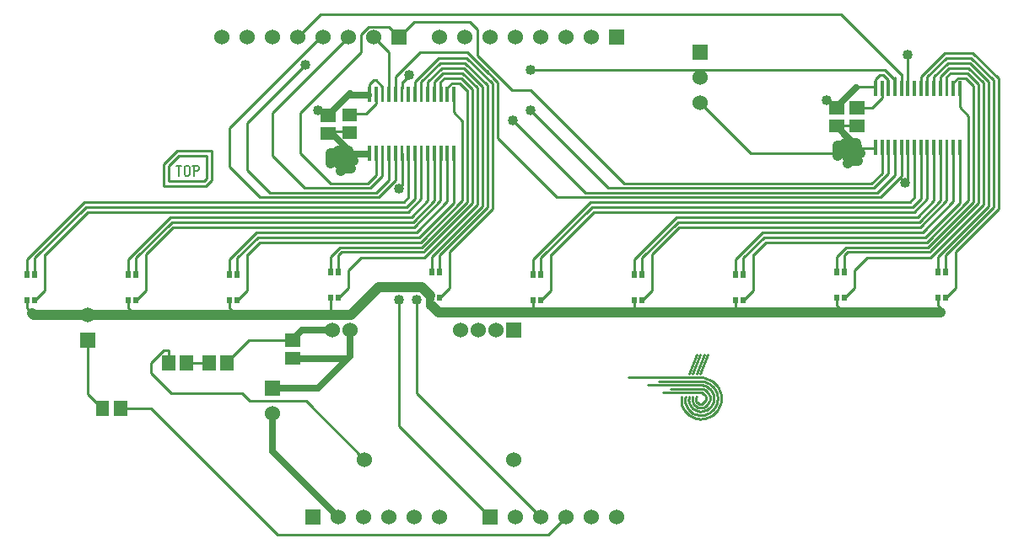
<source format=gbr>
G04 start of page 3 for group 1 idx 1 *
G04 Title: outline, component *
G04 Creator: pcb 20110918 *
G04 CreationDate: Sat Nov 24 14:21:28 2012 UTC *
G04 For: ast *
G04 Format: Gerber/RS-274X *
G04 PCB-Dimensions: 420000 250000 *
G04 PCB-Coordinate-Origin: lower left *
%MOIN*%
%FSLAX25Y25*%
%LNTOP*%
%ADD32C,0.0380*%
%ADD31C,0.0200*%
%ADD30R,0.0130X0.0130*%
%ADD29R,0.0200X0.0200*%
%ADD28R,0.0512X0.0512*%
%ADD27C,0.0001*%
%ADD26C,0.0600*%
%ADD25C,0.0080*%
%ADD24C,0.0096*%
%ADD23C,0.0300*%
%ADD22C,0.0250*%
%ADD21C,0.0400*%
%ADD20C,0.0100*%
G54D20*X171000Y61000D02*Y111000D01*
X178000Y74000D02*Y110000D01*
G54D21*X183200Y112800D02*Y112670D01*
X180000Y116000D02*X183200Y112800D01*
X163000Y116000D02*X180000D01*
X152000Y105000D02*X163000Y116000D01*
X148000Y105000D02*X152000D01*
G54D20*X151000Y115800D02*X147000Y111800D01*
X134200Y71000D02*X112000D01*
G54D22*X132607Y99000D02*X144600D01*
X128607Y95000D02*X132607Y99000D01*
X129021Y87500D02*X150500D01*
X128607Y87914D02*X129021Y87500D01*
X151600Y88600D02*Y99000D01*
X139000Y76000D02*X151600Y88600D01*
X121000Y76000D02*X139000D01*
G54D20*X144000Y111800D02*Y105800D01*
X111000Y114800D02*X107000Y110800D01*
X48000Y73521D02*Y95000D01*
X53914Y67607D02*X48000Y73521D01*
X73000Y68000D02*X61000D01*
X73000Y82000D02*Y86000D01*
X81000Y74000D02*X73000Y82000D01*
X123000Y18000D02*X73000Y68000D01*
G54D22*X121000Y51000D02*Y66000D01*
X147000Y25000D02*X121000Y51000D01*
G54D20*X157500Y47700D02*X134200Y71000D01*
X111693Y95000D02*X129000D01*
X103086Y86393D02*X111693Y95000D01*
X104000Y107800D02*X106000Y105800D01*
X104000Y110800D02*Y107800D01*
X87479Y86000D02*X96000D01*
X87086Y86393D02*X87479Y86000D01*
X80000Y91000D02*Y86000D01*
X78000Y91000D02*X80000D01*
X73000Y86000D02*X78000Y91000D01*
X109000Y74000D02*X81000D01*
X112000Y71000D02*X109000Y74000D01*
G54D21*X26800Y105000D02*X147000D01*
X26000Y105800D02*X26800Y105000D01*
G54D20*X64000Y107800D02*X66000Y105800D01*
X24000Y107800D02*X26000Y105800D01*
X64000Y110800D02*Y107800D01*
X71000Y114800D02*X67000Y110800D01*
X24000D02*Y107800D01*
X31000Y114800D02*X27000Y110800D01*
X24000Y120800D02*Y127072D01*
X27000Y120800D02*Y127526D01*
X31000Y114800D02*Y128981D01*
X151000Y122800D02*X156000Y127800D01*
X181182D01*
X226000Y26000D02*X178000Y74000D01*
X230000Y18000D02*X123000D01*
X237000Y25000D02*X230000Y18000D01*
X207000Y25000D02*X171000Y61000D01*
X216500Y47700D02*X217000Y47200D01*
X121000Y185000D02*X151000Y215000D01*
X111000Y181000D02*X134000Y204000D01*
X140000Y215000D02*X141000D01*
X104000Y179000D02*X140000Y215000D01*
X132000Y185000D02*X156000Y209000D01*
X152000Y192974D02*X151013Y191987D01*
X140000Y224000D02*X131000Y215000D01*
G54D22*X143640Y184614D02*X151640Y192614D01*
X151013Y191987D02*X159000Y192000D01*
G54D20*X151726Y184614D02*X158033D01*
X161959Y188540D01*
Y192228D01*
Y191688D01*
X169636Y199000D02*Y192228D01*
X120000Y153400D02*X111000Y162400D01*
X173000Y149800D02*X79000D01*
X174000Y147800D02*X57000D01*
X176000Y143800D02*X83000D01*
X174546Y145800D02*X48000D01*
X116000Y151600D02*X104000Y163600D01*
X176546Y141800D02*X81274D01*
X177091Y139800D02*X81819D01*
G54D21*X149000Y163000D02*X152000D01*
X148000Y162000D02*X149000Y163000D01*
X144000Y169000D02*Y165000D01*
X146000Y169000D02*X144000D01*
G54D20*X161959Y171303D02*Y160226D01*
X164518Y171303D02*Y159985D01*
X167077Y171303D02*Y159744D01*
X169636Y171303D02*Y158303D01*
X172195Y156195D02*Y169000D01*
X174721Y166489D02*Y159521D01*
G54D21*X147000Y170000D02*X146000Y169000D01*
X148084Y170084D02*X151084D01*
X147500Y169500D02*X148084Y170084D01*
G54D22*X151554Y168614D02*X158400D01*
X143640Y177528D02*X152554Y168614D01*
G54D20*X143640Y177528D02*X152119D01*
X111000Y162400D02*Y181000D01*
X104000Y163600D02*Y179000D01*
X132000Y169000D02*Y185000D01*
X121000Y168000D02*Y185000D01*
X78000Y156000D02*X80000D01*
X78000Y164546D02*Y156000D01*
X79000D02*X94546D01*
X80000Y158000D02*Y164000D01*
X94000Y158000D02*X80000D01*
X83454Y170000D02*X78000Y164546D01*
X97000Y170000D02*X83454D01*
X97000Y158454D02*Y170000D01*
X94546Y156000D02*X97000Y158454D01*
X95000Y159000D02*X94000Y158000D01*
X95000Y168000D02*Y159000D01*
X84000Y168000D02*X95000D01*
X80000Y164000D02*X84000Y168000D01*
X48000Y145800D02*X49000D01*
X80728Y143800D02*X84000D01*
X133800Y155200D02*X121000Y168000D01*
X162188Y153400D02*X120000D01*
X161959Y160226D02*X158733Y157000D01*
X159718Y155200D02*X133800D01*
X164518Y160000D02*X159718Y155200D01*
X167077Y158290D02*X162188Y153400D01*
X167077Y160000D02*Y158290D01*
X162933Y151600D02*X116000D01*
X177279Y166489D02*Y159079D01*
X179838Y166489D02*Y159092D01*
X182397Y166489D02*Y158197D01*
X184956Y166489D02*Y158210D01*
X187515Y166489D02*Y158224D01*
X190074Y166489D02*Y157874D01*
X192633Y166489D02*Y157433D01*
X163000Y151667D02*X162933Y151600D01*
X169636Y158303D02*X162933Y151600D01*
X171000Y155000D02*X172195Y156195D01*
X179838Y159162D02*Y151000D01*
X177279Y161000D02*Y151079D01*
X174721Y160721D02*Y151521D01*
X173000Y149800D01*
X177279Y151079D02*X174000Y147800D01*
X179838Y151092D02*X174546Y145800D01*
X182397Y150197D02*X176000Y143800D01*
X184956Y150210D02*X176546Y141800D01*
X187515Y150224D02*X177091Y139800D01*
X190074Y149874D02*X178000Y137800D01*
X192633Y149433D02*X179000Y135800D01*
X179546Y133800D02*X196000Y150254D01*
X118000Y137800D02*X178000D01*
X124000Y133800D02*X179546D01*
X116000D02*X125000D01*
X144000Y128072D02*X147728Y131800D01*
X147000Y128526D02*X148474Y130000D01*
X179000Y135800D02*X115274D01*
X147728Y131800D02*X175575D01*
X175000D02*X180091D01*
X148474Y130000D02*X180837D01*
X182318Y131482D01*
X181182Y127800D02*X182591Y129209D01*
X144000Y121800D02*Y128072D01*
X147000Y121800D02*Y128526D01*
X151000Y115800D02*Y122800D01*
X104000Y120800D02*Y127072D01*
X107000Y120800D02*Y127526D01*
X111000Y114800D02*Y128981D01*
X104000Y127072D02*X114728Y137800D01*
X119000D01*
X107000Y127526D02*X115274Y135800D01*
X111000Y128800D02*X116000Y133800D01*
X24000Y127072D02*X46728Y149800D01*
X80000D02*X46728D01*
X27000Y127526D02*X47274Y147800D01*
X31000Y128800D02*X48000Y145800D01*
X47274Y147800D02*X58000D01*
X64000Y120800D02*Y127072D01*
X67000Y120800D02*Y127526D01*
X71000Y114800D02*Y128981D01*
X64000Y127072D02*X80728Y143800D01*
X67000Y127526D02*X81274Y141800D01*
X71000Y128981D02*X81819Y139800D01*
X177000Y221000D02*X171000Y215000D01*
X167000Y219000D01*
X167077Y208923D02*X161000Y215000D01*
X167000Y219000D02*X158919D01*
X156000Y216081D02*X158919Y219000D01*
X156000Y209000D02*Y216081D01*
X164518Y195482D02*Y192228D01*
X172195Y194531D02*Y197195D01*
X167077Y194531D02*Y208923D01*
X162000Y198000D02*X164518Y195482D01*
X161000Y198000D02*X162000D01*
X159400Y196400D02*X161000Y198000D01*
X159400Y194531D02*Y196400D01*
X169636Y199364D02*X179272Y209000D01*
X208000Y154981D02*Y196528D01*
X206000Y191000D02*Y195982D01*
X204000Y191000D02*Y195436D01*
X202000Y156618D02*Y194891D01*
X206000Y155526D02*Y191982D01*
X200000Y157163D02*Y194345D01*
X198000Y157709D02*Y189800D01*
Y193800D02*Y190000D01*
X196000Y158254D02*Y181800D01*
X195900Y181900D02*X196000Y181800D01*
X192633Y185167D01*
Y191414D01*
X199000Y221000D02*X177000D01*
X202000Y218000D02*X199000Y221000D01*
X202000Y207619D02*Y218000D01*
X179272Y209000D02*X198074D01*
X197728Y206800D02*X186818D01*
X215619Y194000D02*X202000Y207619D01*
X208000Y196528D02*X207764Y196764D01*
X198074Y209000D02*X206500Y200573D01*
X206000Y195982D02*X205491Y196491D01*
X204000Y195436D02*X203718Y195718D01*
X197900Y193900D02*X198000Y193800D01*
X200000Y194346D02*X195546Y198800D01*
X202000Y194891D02*X196091Y200800D01*
X204000Y195437D02*X196637Y202800D01*
X206000Y195982D02*X197182Y204800D01*
X208000Y196528D02*X197728Y206800D01*
X198000Y193800D02*X195000Y196800D01*
X192000D01*
X195546Y198800D02*X189000D01*
X192000Y196800D02*X190074Y194874D01*
Y191414D01*
X187515Y197315D02*Y191414D01*
X196091Y200800D02*X188454D01*
X196637Y202800D02*X187909D01*
X197182Y204800D02*X187363D01*
X189000Y198800D02*X187515Y197315D01*
X188454Y200800D02*X184956Y197302D01*
X187909Y202800D02*X182397Y197288D01*
X187363Y204800D02*X179838Y197275D01*
X186818Y206800D02*X177279Y197261D01*
X184956Y197302D02*Y191414D01*
X182397Y197288D02*Y191414D01*
X179838Y197275D02*Y191414D01*
X177279Y197261D02*Y191414D01*
G54D21*X147500Y164500D02*Y169500D01*
X148000Y164000D02*X147500Y164500D01*
X148000Y166000D02*Y164000D01*
X147000Y167000D02*X148000Y166000D01*
X152000Y167000D02*X147000D01*
X153000Y166000D02*X152000Y167000D01*
X151000Y166000D02*X153000D01*
X147000Y170000D02*X151000Y166000D01*
G54D20*X158733Y157000D02*X144000D01*
X260000D02*X223000Y194000D01*
X253800Y155200D02*X223000Y186000D01*
X265000Y155200D02*X253800D01*
X244600Y153400D02*X217000Y181000D01*
X223000Y194000D02*X215619D01*
X210000Y197074D02*Y196000D01*
X205537Y201537D02*X210000Y197074D01*
X208074Y199000D01*
X210000Y175000D02*Y197074D01*
X233400Y151600D02*X210000Y175000D01*
X256000Y151600D02*X233400D01*
X204000Y191437D02*Y148072D01*
X175000Y199805D02*Y200000D01*
X172195Y197000D02*X175000Y199805D01*
Y200000D02*X173995Y198995D01*
X132000Y169000D02*Y171000D01*
X144000Y157000D02*X132000Y169000D01*
X310000D02*X344521D01*
X290000Y189000D02*X310000Y169000D01*
X363000Y202000D02*X223000D01*
X260000Y157000D02*X303000D01*
G54D22*X343607Y187000D02*X351607Y195000D01*
G54D20*X351693Y187000D02*X358000D01*
X361926Y190926D01*
Y194614D01*
Y194074D01*
G54D22*X343607Y179914D02*X352521Y171000D01*
G54D20*X359367D01*
X343607Y179914D02*X352086D01*
X351804Y195196D02*X359367D01*
Y198367D02*Y194614D01*
X361000Y200000D02*X359367Y198367D01*
X362454Y200000D02*X361000D01*
X364485Y197969D02*X362454Y200000D01*
X364485Y196917D02*Y197969D01*
X367044Y197956D02*X363000Y202000D01*
X367044Y196917D02*Y197956D01*
Y196917D02*Y198956D01*
X345603Y224000D02*X140000D01*
X369603Y200000D02*X345603Y224000D01*
X372162Y196917D02*Y207838D01*
X369603Y196917D02*Y200397D01*
X360000Y153400D02*X244600D01*
X358600Y155200D02*X264800D01*
X299000Y157000D02*X314000D01*
X280000Y149800D02*X246728D01*
X374546Y145800D02*X248000D01*
X255077Y151600D02*X361200D01*
X370967Y157386D02*X372162Y158581D01*
X373000Y149800D02*X279000D01*
X374000Y147800D02*X257000D01*
X376000Y143800D02*X283000D01*
X280728D02*X284000D01*
X318000Y137800D02*X378000D01*
X314728D02*X319000D01*
X379000Y135800D02*X315274D01*
X324000Y133800D02*X379546D01*
X316000D02*X325000D01*
X344000Y128072D02*X347728Y131800D01*
X375575D01*
X347000Y128526D02*X348474Y130000D01*
X380837D01*
X264000Y127072D02*X280728Y143800D01*
X267000Y127526D02*X281274Y141800D01*
X271000Y128981D02*X281819Y139800D01*
X304000Y127072D02*X314728Y137800D01*
X307000Y127526D02*X315274Y135800D01*
X311000Y128800D02*X316000Y133800D01*
X376546Y141800D02*X281274D01*
X377091Y139800D02*X281819D01*
G54D21*X269000Y106000D02*X385000D01*
G54D20*X384000Y108800D02*X386000Y106800D01*
X384000Y111800D02*Y108800D01*
X344000D02*X346000Y106800D01*
X344000Y111800D02*Y108800D01*
X271000Y114800D02*X267000Y110800D01*
X304000Y107800D02*X306000Y105800D01*
X304000Y110800D02*Y107800D01*
X391000Y115800D02*X387000Y111800D01*
X351000Y115800D02*X347000Y111800D01*
X351000Y122800D02*X356000Y127800D01*
X381182D01*
X311000Y114800D02*X307000Y110800D01*
X311000Y114800D02*Y128981D01*
X304000Y120800D02*Y127072D01*
X307000Y120800D02*Y127526D01*
X271000Y114800D02*Y128981D01*
X374721Y160279D02*Y151400D01*
Y151521D02*X373000Y149800D01*
X377279Y159721D02*Y151079D01*
X379838Y159838D02*Y151127D01*
X344000Y121800D02*Y128072D01*
X347000Y121800D02*Y128526D01*
X351000Y115800D02*Y122800D01*
X382397Y159000D02*Y150400D01*
X384000Y121800D02*Y128072D01*
X387000Y121800D02*Y128526D01*
X391000Y115800D02*Y129981D01*
X384956Y158956D02*Y150254D01*
X387515Y166489D02*Y150224D01*
X390074Y166489D02*Y150000D01*
X392633Y157633D02*Y149400D01*
X384956Y166489D02*Y158210D01*
X392633Y166489D02*Y157433D01*
X377279Y151079D02*X374000Y147800D01*
X379838Y151092D02*X374546Y145800D01*
X382397Y150197D02*X376000Y143800D01*
X374721Y166489D02*Y159521D01*
X377279Y166489D02*Y159079D01*
X382397Y166489D02*Y158197D01*
X384956Y150210D02*X376546Y141800D01*
X387515Y150224D02*X377091Y139800D01*
X390074Y149874D02*X378000Y137800D01*
X392633Y149433D02*X379000Y135800D01*
X375000Y131800D02*X380091D01*
X379546Y133800D02*X396000Y150254D01*
X381037Y130200D02*X400000Y149163D01*
X381782Y128400D02*X402000Y148618D01*
X384000Y128072D02*X404000Y148072D01*
X387000Y128526D02*X406000Y147526D01*
X391000Y129981D02*X408000Y146981D01*
X380091Y131800D02*X398000Y149709D01*
X380837Y130000D02*X382318Y131482D01*
X381182Y127800D02*X382591Y129209D01*
X178000Y109000D02*Y111000D01*
G54D23*X183000Y111800D02*Y108800D01*
G54D21*X186800Y106000D02*X184000Y108800D01*
X186800Y106000D02*X268000D01*
G54D20*X264000Y107800D02*X266000Y105800D01*
X264000Y110800D02*Y107800D01*
X224000D02*X226000Y105800D01*
X224000Y110800D02*Y107800D01*
X191000Y115800D02*X187000Y111800D01*
X264000Y120800D02*Y127072D01*
X267000Y120800D02*Y127526D01*
X231000Y114800D02*X227000Y110800D01*
X224000Y120800D02*Y127072D01*
X227000Y120800D02*Y127526D01*
X231000Y114800D02*Y128981D01*
X224000Y127072D02*X246728Y149800D01*
X227000Y127526D02*X247274Y147800D01*
X258000D01*
X231000Y128800D02*X248000Y145800D01*
X249000D01*
X191000Y115800D02*Y129981D01*
X208000Y156000D02*Y146981D01*
X206000Y156000D02*Y147527D01*
X202000Y158000D02*Y148809D01*
X200000Y159000D02*Y149164D01*
X198000Y159000D02*Y149709D01*
X196000Y159000D02*Y150255D01*
X192633Y158367D02*Y149433D01*
X190074Y158074D02*Y150000D01*
X187515Y159000D02*Y150224D01*
X184956Y161956D02*Y150627D01*
X182397Y159000D02*Y150400D01*
X181037Y130200D02*X200000Y149163D01*
X181782Y128400D02*X202000Y148618D01*
X184000Y128072D02*X204000Y148072D01*
X187000Y128526D02*X206000Y147526D01*
X191000Y129981D02*X208000Y146981D01*
X184000Y121800D02*Y128072D01*
X187000Y121800D02*Y128526D01*
X180091Y131800D02*X198000Y149709D01*
G54D21*X349521Y166000D02*X352521D01*
X348521Y165000D02*X349521Y166000D01*
X344521Y172000D02*Y168000D01*
X348021Y167500D02*Y172500D01*
X348521Y167000D02*X348021Y167500D01*
X348521Y169000D02*Y167000D01*
X347521Y170000D02*X348521Y169000D01*
X346521Y172000D02*X344521D01*
X347521Y173000D02*X346521Y172000D01*
X348021Y172500D02*X348605Y173084D01*
X351605D01*
X352521Y170000D02*X347521D01*
X353521Y169000D02*X352521Y170000D01*
X351521Y169000D02*X353521D01*
X347521Y173000D02*X351521Y169000D01*
G54D20*X357800Y157000D02*X313000D01*
X361926Y161126D02*X357800Y157000D01*
X361926Y173689D02*Y161126D01*
X364485Y161085D02*X358600Y155200D01*
X369603Y160003D02*Y171386D01*
X364485Y173689D02*Y161085D01*
X367044Y160444D02*X360000Y153400D01*
X367044Y173689D02*Y160444D01*
X361200Y151600D02*X369603Y160003D01*
X372162Y158581D02*Y171386D01*
X377279Y166279D02*Y171386D01*
X374721Y166279D02*Y171386D01*
X398000Y158000D02*Y149709D01*
X400000Y158000D02*Y149164D01*
X402000Y157000D02*Y148618D01*
X406000Y156000D02*Y147527D01*
X408000Y146981D02*Y156000D01*
X392633Y165000D02*Y171386D01*
X390074Y165074D02*Y171386D01*
X387515Y165000D02*Y171386D01*
X384956Y165044D02*Y171386D01*
X382397Y165603D02*Y171386D01*
X379838Y159092D02*Y171386D01*
X396000Y177800D02*Y150255D01*
X404000Y197317D02*Y148072D01*
X398000Y157709D02*Y189800D01*
X402000Y156618D02*Y190891D01*
X408000Y154981D02*Y198528D01*
X402000Y196891D02*Y190000D01*
X400000Y157163D02*Y196345D01*
X398000Y189000D02*Y195800D01*
X396000Y177000D02*Y183800D01*
X392633Y187167D01*
Y193414D01*
X406000Y155526D02*Y191982D01*
Y191000D02*Y197982D01*
X404000Y197317D02*X403599Y197718D01*
X398000Y195800D02*X395000Y198800D01*
X400000Y196346D02*X395546Y200800D01*
X402000Y196891D02*X396091Y202800D01*
X404000Y197437D02*X396637Y204800D01*
X406000Y197982D02*X397182Y206800D01*
X408000Y198528D02*X397728Y208800D01*
X395000Y198800D02*X392000D01*
X390074Y196874D01*
Y193414D01*
X395546Y200800D02*X389000D01*
X396091Y202800D02*X388454D01*
X389000Y200800D02*X387515Y199315D01*
Y193414D01*
X388454Y202800D02*X384956Y199302D01*
Y193414D01*
X396637Y204800D02*X387909D01*
X397182Y206800D02*X387363D01*
X397728Y208800D02*X386818D01*
X387909Y204800D02*X382397Y199288D01*
X387363Y206800D02*X379838Y199275D01*
X386818Y208800D02*X377279Y199261D01*
X382397Y199288D02*Y193414D01*
X379838Y199275D02*Y193414D01*
X377279Y199261D02*Y193414D01*
G54D24*X275241Y74249D02*X290183D01*
X278242Y75741D02*X290183D01*
X290763Y75687D02*X290183Y75741D01*
X269284Y77228D02*X290183D01*
X273755Y78719D02*X290183D01*
X261814Y80206D02*X290183D01*
X292098Y73115D02*X291848Y73495D01*
X291496Y73820D01*
X291089Y74048D01*
X290633Y74200D01*
X290183Y74249D01*
X293888Y72003D02*X293867Y72583D01*
X293715Y73164D01*
X293487Y73696D01*
X293183Y74200D01*
X292803Y74656D01*
X292353Y75030D01*
X291870Y75334D01*
X291317Y75562D01*
X290763Y75687D01*
X290183Y69757D02*X290633Y69806D01*
X291089Y69958D01*
X291496Y70185D01*
X290183Y68270D02*X290763Y68319D01*
X291317Y68471D01*
X291496Y70185D02*X291848Y70516D01*
X292098Y70896D01*
X292299Y71325D01*
X292402Y71775D01*
Y72231D01*
X292299Y72708D01*
X292098Y73115D01*
X292803Y69377D02*X293183Y69806D01*
X293487Y70316D01*
X293715Y70842D01*
X293867Y71422D01*
X293888Y72003D01*
X291317Y68471D02*X291870Y68672D01*
X292353Y69003D01*
X292803Y69377D01*
X290183Y66778D02*X290861Y66833D01*
X291517Y66957D01*
X292174Y67185D01*
X292782Y67489D01*
X290183Y65292D02*X290937Y65341D01*
X290183Y63800D02*X291067Y63854D01*
X291946Y64006D01*
X292782Y64234D01*
X293612Y64559D01*
X292782Y67489D02*X293362Y67863D01*
X293867Y68319D01*
Y66404D02*X294496Y66854D01*
X290937Y65341D02*X291718Y65465D01*
X292478Y65693D01*
X293183Y65997D01*
X293867Y66404D01*
X293612Y64559D02*X294398Y64961D01*
X293867Y68319D02*X294322Y68824D01*
X294697Y69404D01*
X294496Y66854D02*X295049Y67413D01*
X295554Y67994D01*
X295988Y68650D01*
X294398Y64961D02*X295125Y65465D01*
X295809Y66046D01*
X296417Y66702D01*
X296970Y67413D01*
X297426Y68167D01*
X297800Y68976D01*
X298082Y69806D01*
X298283Y70668D01*
X298359Y71553D01*
Y72459D01*
X298283Y73343D01*
X298082Y74200D01*
X297800Y75030D01*
X297426Y75839D01*
X294697Y69404D02*X295000Y70012D01*
X295201Y70668D01*
X295353Y71325D01*
X295407Y72003D01*
X295353Y72687D01*
X295201Y73365D01*
X295000Y74000D01*
X294697Y74629D01*
X295988Y68650D02*X296341Y69355D01*
X296590Y70088D01*
X296791Y70842D01*
X296867Y71623D01*
Y72410D01*
X296791Y73164D01*
X296590Y73924D01*
X296341Y74656D01*
X295988Y75361D01*
X293867Y75687D02*X293362Y76143D01*
X292782Y76522D01*
X292174Y76826D01*
X293867Y77607D02*X293183Y78009D01*
X292174Y76826D02*X291517Y77054D01*
X290861Y77179D01*
X290183Y77228D01*
X293183Y78009D02*X292478Y78313D01*
X291718Y78540D01*
X290937Y78665D01*
X290183Y78719D01*
X293612Y79447D02*X292782Y79778D01*
X291946Y80027D01*
X291067Y80157D01*
X290183Y80206D01*
X294697Y74629D02*X294322Y75182D01*
X293867Y75687D01*
X295554Y76018D02*X295049Y76620D01*
X294496Y77152D01*
X293867Y77607D01*
X295988Y75361D02*X295554Y76018D01*
X297426Y75839D02*X296970Y76620D01*
X296417Y77331D01*
X295809Y77960D01*
X295125Y78540D01*
X294398Y79045D01*
X293612Y79447D01*
X288669Y72763D02*X288463Y72410D01*
X288338Y72003D01*
X288316Y71601D01*
X288365Y71195D01*
X288517Y70793D01*
X288718Y70468D01*
X289022Y70164D01*
X287177Y72763D02*X287025Y72258D01*
X286949Y71726D01*
Y71195D01*
X287052Y70668D01*
X285691Y81693D02*X288669Y89163D01*
X287177Y81693D02*X290183Y89163D01*
X288669Y81693D02*X291669Y89163D01*
X290183Y81693D02*X293161Y89163D01*
X289022Y70164D02*X289375Y69958D01*
X289754Y69806D01*
X290183Y69757D01*
X287052Y70668D02*X287231Y70185D01*
X287481Y69708D01*
X287807Y69307D01*
X288213Y68949D01*
X288642Y68650D01*
X289119Y68444D01*
X289651Y68319D01*
X290183Y68270D01*
X285691Y72763D02*X285566Y72106D01*
X284199Y72763D02*X284074Y71981D01*
X285566Y72106D02*X285512Y71450D01*
X284074Y71981D02*X284047Y71195D01*
X282712Y72763D02*X282609Y71927D01*
X282587Y71097D01*
X282658Y70261D01*
X282837Y69453D01*
X283092Y68672D01*
X283417Y67918D01*
X283846Y67185D01*
X285940Y69507D02*X286244Y68927D01*
X286651Y68395D01*
X287128Y67918D01*
X287660Y67511D01*
X288235Y67207D01*
X288870Y66985D01*
X289499Y66833D01*
X290183Y66778D01*
X285919Y67006D02*X286521Y66502D01*
X287177Y66073D01*
X286217Y64912D02*X286949Y64511D01*
X287736Y64207D01*
X288517Y63979D01*
X289347Y63854D01*
X290183Y63800D01*
X287177Y66073D02*X287882Y65748D01*
X288615Y65493D01*
X289402Y65341D01*
X290183Y65292D01*
X285512Y71450D02*X285566Y70766D01*
X285691Y70137D01*
X285940Y69507D01*
X284047Y71195D02*X284123Y70413D01*
X284302Y69659D01*
X284578Y68927D01*
X284958Y68222D01*
X285387Y67587D01*
X285919Y67006D01*
X283846Y67185D02*X284351Y66529D01*
X284904Y65921D01*
X285539Y65368D01*
X286217Y64912D01*
G54D25*X83000Y164000D02*X85000D01*
X84000D02*Y160000D01*
X86200Y163500D02*Y160500D01*
Y163500D02*X86700Y164000D01*
X87700D01*
X88200Y163500D01*
Y160500D01*
X87700Y160000D02*X88200Y160500D01*
X86700Y160000D02*X87700D01*
X86200Y160500D02*X86700Y160000D01*
X89900Y164000D02*Y160000D01*
X89400Y164000D02*X91400D01*
X91900Y163500D01*
Y162500D01*
X91400Y162000D02*X91900Y162500D01*
X89900Y162000D02*X91400D01*
G54D26*X151600Y99000D03*
X144600D03*
G54D27*G36*
X45000Y98000D02*Y92000D01*
X51000D01*
Y98000D01*
X45000D01*
G37*
G54D26*X48000Y105000D03*
G54D27*G36*
X118000Y79000D02*Y73000D01*
X124000D01*
Y79000D01*
X118000D01*
G37*
G54D26*X121000Y66000D03*
G54D27*G36*
X287000Y212000D02*Y206000D01*
X293000D01*
Y212000D01*
X287000D01*
G37*
G54D26*X290000Y199000D03*
Y189000D03*
G54D27*G36*
X254000Y218000D02*Y212000D01*
X260000D01*
Y218000D01*
X254000D01*
G37*
G54D26*X247000Y215000D03*
X237000D03*
G54D27*G36*
X213500Y102000D02*Y96000D01*
X219500D01*
Y102000D01*
X213500D01*
G37*
G54D26*X209500Y99000D03*
X202400D03*
X195300D03*
X157500Y47700D03*
X216500D03*
G54D27*G36*
X204000Y28000D02*Y22000D01*
X210000D01*
Y28000D01*
X204000D01*
G37*
G54D26*X217000Y25000D03*
X227000D03*
X237000D03*
X247000D03*
X257000D03*
G54D27*G36*
X134000Y28000D02*Y22000D01*
X140000D01*
Y28000D01*
X134000D01*
G37*
G54D26*X147000Y25000D03*
X157000D03*
X167000D03*
X177000D03*
X187000D03*
X227000Y215000D03*
X217000D03*
X207000D03*
X197000D03*
X187000D03*
G54D27*G36*
X168000Y218000D02*Y212000D01*
X174000D01*
Y218000D01*
X168000D01*
G37*
G54D26*X161000Y215000D03*
X151000D03*
X141000D03*
X131000D03*
X121000D03*
X111000D03*
X101000D03*
G54D28*X80000Y86393D02*Y85607D01*
X87086Y86393D02*Y85607D01*
X96000Y86393D02*Y85607D01*
X103086Y86393D02*Y85607D01*
X53914Y68393D02*Y67607D01*
X61000Y68393D02*Y67607D01*
G54D29*X104000Y121200D02*Y120800D01*
X64000Y121200D02*Y120800D01*
X67000Y121200D02*Y120800D01*
X24000Y121200D02*Y120800D01*
X27000Y121200D02*Y120800D01*
X104000Y111000D02*Y110600D01*
X64000Y111000D02*Y110600D01*
X67000Y111000D02*Y110600D01*
X24000Y111000D02*Y110600D01*
X27000Y111000D02*Y110600D01*
G54D30*X159400Y171303D02*Y166697D01*
X161959Y171303D02*Y166697D01*
X164518Y171303D02*Y166697D01*
X167077Y171303D02*Y166697D01*
X169636Y171303D02*Y166697D01*
X172195Y171303D02*Y166697D01*
X174754Y171303D02*Y166697D01*
X177312Y171303D02*Y166697D01*
X179871Y171303D02*Y166697D01*
G54D28*X151150Y177086D02*X151936D01*
X151150Y184172D02*X151936D01*
X142607Y184000D02*X143393D01*
X142607Y176914D02*X143393D01*
G54D30*X182430Y171303D02*Y166697D01*
X184989Y171303D02*Y166697D01*
X187548Y171303D02*Y166697D01*
X190107Y171303D02*Y166697D01*
X192666Y171303D02*Y166697D01*
Y194531D02*Y189925D01*
X190107Y194531D02*Y189925D01*
X187548Y194531D02*Y189925D01*
X184989Y194531D02*Y189925D01*
X182430Y194531D02*Y189925D01*
X179871Y194531D02*Y189925D01*
X177312Y194531D02*Y189925D01*
X174754Y194531D02*Y189925D01*
X172195Y194531D02*Y189925D01*
X169636Y194531D02*Y189925D01*
X167077Y194531D02*Y189925D01*
X164518Y194531D02*Y189925D01*
X161959Y194531D02*Y189925D01*
X159400Y194531D02*Y189925D01*
G54D29*X107000Y121200D02*Y120800D01*
X144000Y122200D02*Y121800D01*
X147000Y122200D02*Y121800D01*
X107000Y111000D02*Y110600D01*
X144000Y112000D02*Y111600D01*
X147000Y112000D02*Y111600D01*
X184000Y122200D02*Y121800D01*
X187000Y122200D02*Y121800D01*
X184000Y112000D02*Y111600D01*
X187000Y112000D02*Y111600D01*
G54D28*X128607Y87914D02*X129393D01*
X128607Y95000D02*X129393D01*
G54D29*X304000Y121200D02*Y120800D01*
X307000Y121200D02*Y120800D01*
X304000Y111000D02*Y110600D01*
X307000Y111000D02*Y110600D01*
X264000Y121200D02*Y120800D01*
X267000Y121200D02*Y120800D01*
X264000Y111000D02*Y110600D01*
X267000Y111000D02*Y110600D01*
X344000Y122200D02*Y121800D01*
X347000Y122200D02*Y121800D01*
X344000Y112000D02*Y111600D01*
X347000Y112000D02*Y111600D01*
X384000Y122200D02*Y121800D01*
X387000Y122200D02*Y121800D01*
X384000Y112000D02*Y111600D01*
X387000Y112000D02*Y111600D01*
X224000Y121200D02*Y120800D01*
X227000Y121200D02*Y120800D01*
X224000Y111000D02*Y110600D01*
X227000Y111000D02*Y110600D01*
G54D30*X359367Y173689D02*Y169083D01*
X361926Y173689D02*Y169083D01*
X364485Y173689D02*Y169083D01*
X367044Y173689D02*Y169083D01*
X369603Y173689D02*Y169083D01*
X372162Y173689D02*Y169083D01*
G54D28*X351693Y179914D02*X352479D01*
X343607D02*X344393D01*
X351693Y187000D02*X352479D01*
X343607D02*X344393D01*
G54D30*X374721Y173689D02*Y169083D01*
X377279Y173689D02*Y169083D01*
X379838Y173689D02*Y169083D01*
X382397Y173689D02*Y169083D01*
X384956Y173689D02*Y169083D01*
X387515Y173689D02*Y169083D01*
X390074Y173689D02*Y169083D01*
X392633Y173689D02*Y169083D01*
Y196917D02*Y192311D01*
X390074Y196917D02*Y192311D01*
X387515Y196917D02*Y192311D01*
X384956Y196917D02*Y192311D01*
X382397Y196917D02*Y192311D01*
X379838Y196917D02*Y192311D01*
X377279Y196917D02*Y192311D01*
X374721Y196917D02*Y192311D01*
X372162Y196917D02*Y192311D01*
X369603Y196917D02*Y192311D01*
X367044Y196917D02*Y192311D01*
X364485Y196917D02*Y192311D01*
X361926Y196917D02*Y192311D01*
X359367Y196917D02*Y192311D01*
G54D21*X178000Y111000D03*
X175000Y200000D03*
X171000Y111000D03*
Y155000D03*
X216500Y47700D03*
X216000Y182000D03*
X223000Y186000D03*
Y202000D03*
X139000Y186000D03*
X152000Y168000D03*
X144000Y166000D03*
X147000Y170000D03*
X134000Y204000D03*
X149000Y164000D03*
X131000Y215000D03*
X340000Y190000D03*
X352521Y171000D03*
X349521Y167000D03*
X344521Y169000D03*
X347521Y173000D03*
X370967Y157386D03*
X372162Y207838D03*
G54D31*G54D32*G54D21*G54D32*G54D21*M02*

</source>
